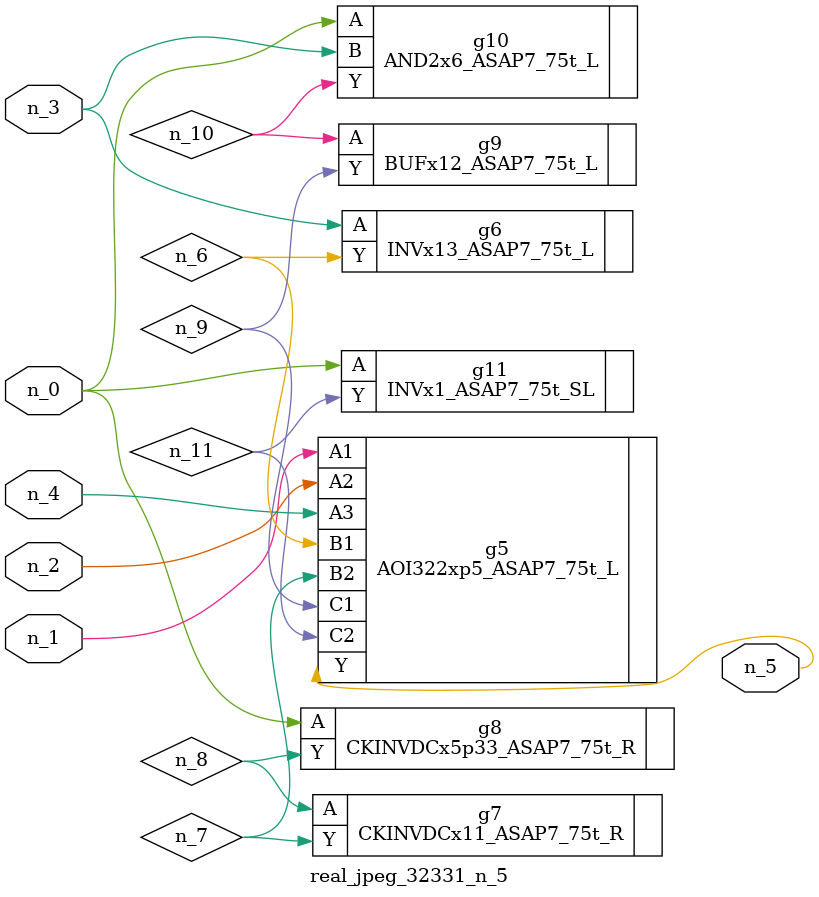
<source format=v>
module real_jpeg_32331_n_5 (n_4, n_0, n_1, n_2, n_3, n_5);

input n_4;
input n_0;
input n_1;
input n_2;
input n_3;

output n_5;

wire n_8;
wire n_11;
wire n_6;
wire n_7;
wire n_10;
wire n_9;

CKINVDCx5p33_ASAP7_75t_R g8 ( 
.A(n_0),
.Y(n_8)
);

AND2x6_ASAP7_75t_L g10 ( 
.A(n_0),
.B(n_3),
.Y(n_10)
);

INVx1_ASAP7_75t_SL g11 ( 
.A(n_0),
.Y(n_11)
);

AOI322xp5_ASAP7_75t_L g5 ( 
.A1(n_1),
.A2(n_2),
.A3(n_4),
.B1(n_6),
.B2(n_7),
.C1(n_9),
.C2(n_11),
.Y(n_5)
);

INVx13_ASAP7_75t_L g6 ( 
.A(n_3),
.Y(n_6)
);

CKINVDCx11_ASAP7_75t_R g7 ( 
.A(n_8),
.Y(n_7)
);

BUFx12_ASAP7_75t_L g9 ( 
.A(n_10),
.Y(n_9)
);


endmodule
</source>
